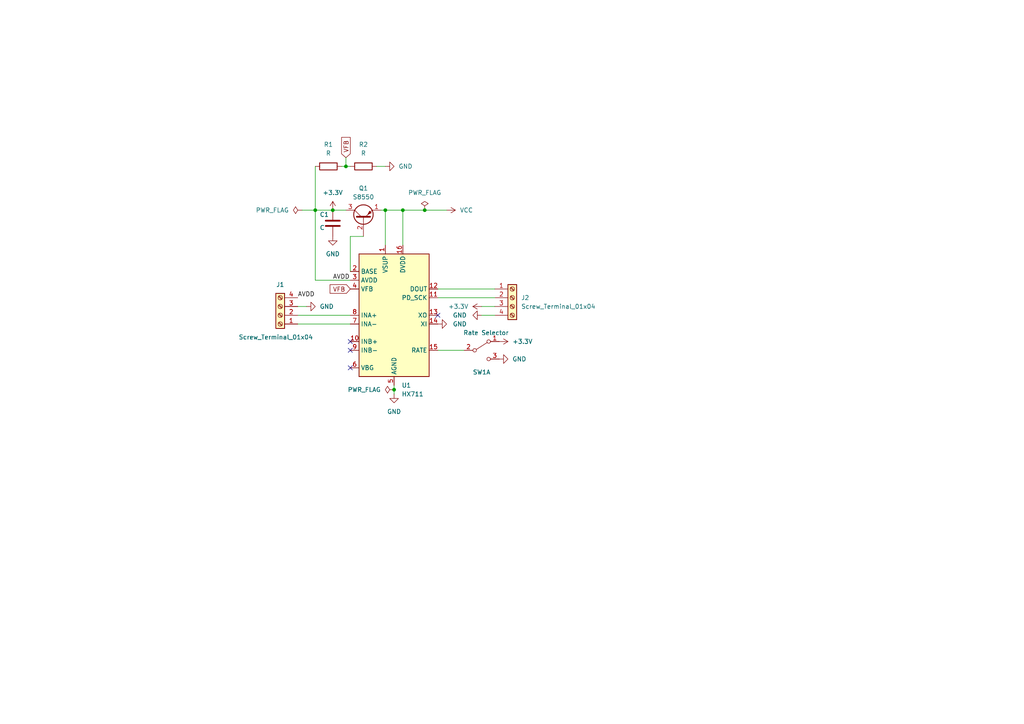
<source format=kicad_sch>
(kicad_sch (version 20230121) (generator eeschema)
  (paper "A4")
  (lib_symbols
    (symbol "Analog_ADC:HX711"
      (property "Reference" "U" (at 5.08 21.59 0))
      (property "Value" "HX711" (at 7.62 19.05 0))
      (symbol "HX711_0_1"
        (rectangle (start -10.16 17.78) (end 10.16 -17.78) (stroke (width 0.254)) (fill (type background)))
      )
      (symbol "HX711_1_1"
        (pin power_in line (at -2.54 20.32 270) (length 2.54) (name "VSUP") (number "1"))
        (pin input line (at -12.7 -7.62 0) (length 2.54) (name "INB+") (number "10"))
        (pin input line (at 12.7 5.08 180) (length 2.54) (name "PD_SCK") (number "11"))
        (pin output line (at 12.7 7.62 180) (length 2.54) (name "DOUT") (number "12"))
        (pin passive line (at 12.7 0 180) (length 2.54) (name "XO") (number "13"))
        (pin passive line (at 12.7 -2.54 180) (length 2.54) (name "XI") (number "14"))
        (pin input line (at 12.7 -10.16 180) (length 2.54) (name "RATE") (number "15"))
        (pin power_in line (at 2.54 20.32 270) (length 2.54) (name "DVDD") (number "16"))
        (pin passive line (at -12.7 12.7 0) (length 2.54) (name "BASE") (number "2"))
        (pin power_in line (at -12.7 10.16 0) (length 2.54) (name "AVDD") (number "3"))
        (pin input line (at -12.7 7.62 0) (length 2.54) (name "VFB") (number "4"))
        (pin power_in line (at 0 -20.32 90) (length 2.54) (name "AGND") (number "5"))
        (pin passive line (at -12.7 -15.24 0) (length 2.54) (name "VBG") (number "6"))
        (pin input line (at -12.7 -2.54 0) (length 2.54) (name "INA-") (number "7"))
        (pin input line (at -12.7 0 0) (length 2.54) (name "INA+") (number "8"))
        (pin input line (at -12.7 -10.16 0) (length 2.54) (name "INB-") (number "9"))
      )
    )
    (symbol "Connector:Screw_Terminal_01x04" (pin_names (offset 1.016) hide)
      (property "Reference" "J" (at 0 5.08 0))
      (property "Value" "Screw_Terminal_01x04" (at 0 -7.62 0))
      (symbol "Screw_Terminal_01x04_1_1"
        (rectangle (start -1.27 3.81) (end 1.27 -6.35) (stroke (width 0.254)) (fill (type background)))
        (circle (center 0 -5.08) (radius 0.635) (stroke (width 0.1524)))
        (circle (center 0 -2.54) (radius 0.635) (stroke (width 0.1524)))
        (polyline (pts (xy -0.5334 -4.7498) (xy 0.3302 -5.588)) (stroke (width 0.1524)))
        (polyline (pts (xy -0.5334 -2.2098) (xy 0.3302 -3.048)) (stroke (width 0.1524)))
        (polyline (pts (xy -0.5334 0.3302) (xy 0.3302 -0.508)) (stroke (width 0.1524)))
        (polyline (pts (xy -0.5334 2.8702) (xy 0.3302 2.032)) (stroke (width 0.1524)))
        (polyline (pts (xy -0.3556 -4.572) (xy 0.508 -5.4102)) (stroke (width 0.1524)))
        (polyline (pts (xy -0.3556 -2.032) (xy 0.508 -2.8702)) (stroke (width 0.1524)))
        (polyline (pts (xy -0.3556 0.508) (xy 0.508 -0.3302)) (stroke (width 0.1524)))
        (polyline (pts (xy -0.3556 3.048) (xy 0.508 2.2098)) (stroke (width 0.1524)))
        (circle (center 0 0) (radius 0.635) (stroke (width 0.1524)))
        (circle (center 0 2.54) (radius 0.635) (stroke (width 0.1524)))
        (pin passive line (at -5.08 2.54 0) (length 3.81) (name "Pin_1") (number "1"))
        (pin passive line (at -5.08 0 0) (length 3.81) (name "Pin_2") (number "2"))
        (pin passive line (at -5.08 -2.54 0) (length 3.81) (name "Pin_3") (number "3"))
        (pin passive line (at -5.08 -5.08 0) (length 3.81) (name "Pin_4") (number "4"))
      )
    )
    (symbol "Device:C" (pin_numbers hide) (pin_names (offset 0.254))
      (property "Reference" "C" (at 0.635 2.54 0))
      (property "Value" "C" (at 0.635 -2.54 0))
      (symbol "C_0_1"
        (polyline (pts (xy -2.032 -0.762) (xy 2.032 -0.762)) (stroke (width 0.508)))
        (polyline (pts (xy -2.032 0.762) (xy 2.032 0.762)) (stroke (width 0.508)))
      )
      (symbol "C_1_1"
        (pin passive line (at 0 3.81 270) (length 2.794) (name "~") (number "1"))
        (pin passive line (at 0 -3.81 90) (length 2.794) (name "~") (number "2"))
      )
    )
    (symbol "Device:R" (pin_numbers hide) (pin_names (offset 0))
      (property "Reference" "R" (at 2.032 0 90))
      (property "Value" "R" (at 0 0 90))
      (symbol "R_0_1"
        (rectangle (start -1.016 -2.54) (end 1.016 2.54) (stroke (width 0.254)))
      )
      (symbol "R_1_1"
        (pin passive line (at 0 3.81 270) (length 1.27) (name "~") (number "1"))
        (pin passive line (at 0 -3.81 90) (length 1.27) (name "~") (number "2"))
      )
    )
    (symbol "Switch:SW_DPDT_x2" (pin_names (offset 0) hide)
      (property "Reference" "SW" (at 0 4.318 0))
      (property "Value" "SW_DPDT_x2" (at 0 -5.08 0))
      (symbol "SW_DPDT_x2_0_0"
        (circle (center -2.032 0) (radius 0.508))
        (circle (center 2.032 -2.54) (radius 0.508))
      )
      (symbol "SW_DPDT_x2_0_1"
        (polyline (pts (xy -1.524 0.254) (xy 1.651 2.286)))
        (circle (center 2.032 2.54) (radius 0.508))
      )
      (symbol "SW_DPDT_x2_1_1"
        (pin passive line (at 5.08 2.54 180) (length 2.54) (name "A") (number "1"))
        (pin passive line (at -5.08 0 0) (length 2.54) (name "B") (number "2"))
        (pin passive line (at 5.08 -2.54 180) (length 2.54) (name "C") (number "3"))
      )
      (symbol "SW_DPDT_x2_2_1"
        (pin passive line (at 5.08 2.54 180) (length 2.54) (name "A") (number "4"))
        (pin passive line (at -5.08 0 0) (length 2.54) (name "B") (number "5"))
        (pin passive line (at 5.08 -2.54 180) (length 2.54) (name "C") (number "6"))
      )
    )
    (symbol "Transistor_BJT:S8550" (pin_names (offset 0) hide)
      (property "Reference" "Q" (at 5.08 1.905 0))
      (property "Value" "S8550" (at 5.08 0 0))
      (symbol "S8550_0_1"
        (polyline (pts (xy 0 0) (xy 0.635 0)))
        (polyline (pts (xy 2.54 -2.54) (xy 0.635 -0.635)))
        (polyline (pts (xy 2.54 2.54) (xy 0.635 0.635)))
        (polyline (pts (xy 0.635 1.905) (xy 0.635 -1.905) (xy 0.635 -1.905)) (stroke (width 0.508)) (fill (type outline)))
        (polyline (pts (xy 1.778 -2.286) (xy 2.286 -1.778) (xy 1.27 -1.27) (xy 1.778 -2.286) (xy 1.778 -2.286)) (fill (type outline)))
        (circle (center 1.27 0) (radius 2.8194) (stroke (width 0.254)))
      )
      (symbol "S8550_1_1"
        (pin passive line (at 2.54 -5.08 90) (length 2.54) (name "E") (number "1"))
        (pin input line (at -5.08 0 0) (length 5.08) (name "B") (number "2"))
        (pin passive line (at 2.54 5.08 270) (length 2.54) (name "C") (number "3"))
      )
    )
    (symbol "power:+3.3V" (power) (pin_names (offset 0))
      (property "Value" "+3.3V" (at 0 3.556 0))
      (symbol "+3.3V_0_1"
        (polyline (pts (xy -0.762 1.27) (xy 0 2.54)))
        (polyline (pts (xy 0 0) (xy 0 2.54)))
        (polyline (pts (xy 0 2.54) (xy 0.762 1.27)))
      )
      (symbol "+3.3V_1_1"
        (pin power_in line (at 0 0 90) (length 0) hide (name "+3.3V") (number "1"))
      )
    )
    (symbol "power:GND" (power) (pin_names (offset 0))
      (property "Value" "GND" (at 0 -3.81 0))
      (symbol "GND_0_1"
        (polyline (pts (xy 0 0) (xy 0 -1.27) (xy 1.27 -1.27) (xy 0 -2.54) (xy -1.27 -1.27) (xy 0 -1.27)))
      )
      (symbol "GND_1_1"
        (pin power_in line (at 0 0 270) (length 0) hide (name "GND") (number "1"))
      )
    )
    (symbol "power:PWR_FLAG" (power) (pin_numbers hide) (pin_names (offset 0) hide)
      (property "Value" "PWR_FLAG" (at 0 3.81 0))
      (symbol "PWR_FLAG_0_0"
        (pin power_out line (at 0 0 90) (length 0) (name "pwr") (number "1"))
      )
      (symbol "PWR_FLAG_0_1"
        (polyline (pts (xy 0 0) (xy 0 1.27) (xy -1.016 1.905) (xy 0 2.54) (xy 1.016 1.905) (xy 0 1.27)))
      )
    )
    (symbol "power:VCC" (power) (pin_names (offset 0))
      (property "Value" "VCC" (at 0 3.81 0))
      (symbol "VCC_0_1"
        (polyline (pts (xy -0.762 1.27) (xy 0 2.54)))
        (polyline (pts (xy 0 0) (xy 0 2.54)))
        (polyline (pts (xy 0 2.54) (xy 0.762 1.27)))
      )
      (symbol "VCC_1_1"
        (pin power_in line (at 0 0 90) (length 0) hide (name "VCC") (number "1"))
      )
    )
  )
  (junction (at 91.44 60.96))
  (junction (at 123.19 60.96))
  (junction (at 116.84 60.96))
  (junction (at 114.3 113.03))
  (junction (at 111.76 60.96))
  (junction (at 100.33 48.26))
  (junction (at 96.52 60.96))
  (no_connect (at 127 91.44))
  (no_connect (at 101.6 101.6))
  (no_connect (at 101.6 99.06))
  (no_connect (at 101.6 106.68))
  (wire (pts (xy 101.6 91.44) (xy 86.36 91.44)))
  (wire (pts (xy 116.84 60.96) (xy 116.84 71.12)))
  (wire (pts (xy 105.41 68.58) (xy 101.6 68.58)))
  (wire (pts (xy 123.19 60.96) (xy 129.54 60.96)))
  (wire (pts (xy 139.7 88.9) (xy 143.51 88.9)))
  (wire (pts (xy 109.22 48.26) (xy 111.76 48.26)))
  (wire (pts (xy 127 86.36) (xy 143.51 86.36)))
  (wire (pts (xy 91.44 60.96) (xy 96.52 60.96)))
  (wire (pts (xy 96.52 60.96) (xy 100.33 60.96)))
  (wire (pts (xy 114.3 113.03) (xy 114.3 114.3)))
  (wire (pts (xy 114.3 111.76) (xy 114.3 113.03)))
  (wire (pts (xy 111.76 60.96) (xy 111.76 71.12)))
  (wire (pts (xy 99.06 48.26) (xy 100.33 48.26)))
  (wire (pts (xy 127 83.82) (xy 143.51 83.82)))
  (wire (pts (xy 100.33 48.26) (xy 101.6 48.26)))
  (wire (pts (xy 127 101.6) (xy 134.62 101.6)))
  (wire (pts (xy 100.33 45.72) (xy 100.33 48.26)))
  (wire (pts (xy 110.49 60.96) (xy 111.76 60.96)))
  (wire (pts (xy 86.36 88.9) (xy 88.9 88.9)))
  (wire (pts (xy 91.44 48.26) (xy 91.44 60.96)))
  (wire (pts (xy 139.7 91.44) (xy 143.51 91.44)))
  (wire (pts (xy 101.6 93.98) (xy 86.36 93.98)))
  (wire (pts (xy 87.63 60.96) (xy 91.44 60.96)))
  (wire (pts (xy 116.84 60.96) (xy 123.19 60.96)))
  (wire (pts (xy 91.44 81.28) (xy 91.44 60.96)))
  (wire (pts (xy 101.6 68.58) (xy 101.6 78.74)))
  (wire (pts (xy 111.76 60.96) (xy 116.84 60.96)))
  (wire (pts (xy 101.6 81.28) (xy 91.44 81.28)))
  (label "AVDD" (at 96.52 81.28 0))
  (label "AVDD" (at 86.36 86.36 0))
  (global_label "VFB" (shape input) (at 100.33 45.72 90) (property "Intersheetrefs" "${INTERSHEET_REFS}" (effects hide)))
  (global_label "VFB" (shape input) (at 101.6 83.82 180) (property "Intersheetrefs" "${INTERSHEET_REFS}" (effects hide)))
  (symbol (lib_id "power:PWR_FLAG") (at 123.19 60.96 0) (unit 1)
    (property "Reference" "#FLG01" (effects hide))
    (property "Value" "PWR_FLAG" (at 123.19 55.88 0))
  )
  (symbol (lib_id "Device:C") (at 96.52 64.77 0) (unit 1)
    (property "Reference" "C1" (at 92.71 62.23 0) (effects (justify left)))
    (property "Value" "C" (at 92.71 66.04 0) (effects (justify left)))
    (property "Footprint" "Capacitor_SMD:C_0402_1005Metric" (effects hide))
  )
  (symbol (lib_id "power:+3.3V") (at 139.7 88.9 90) (unit 1)
    (property "Reference" "#PWR05" (effects hide))
    (property "Value" "+3.3V" (at 135.89 88.9 90) (effects (justify left)))
  )
  (symbol (lib_id "power:PWR_FLAG") (at 87.63 60.96 90) (unit 1)
    (property "Reference" "#FLG02" (effects hide))
    (property "Value" "PWR_FLAG" (at 83.82 60.96 90) (effects (justify left)))
  )
  (symbol (lib_id "Connector:Screw_Terminal_01x04") (at 148.59 86.36 0) (unit 1)
    (property "Reference" "J2" (at 151.13 86.36 0) (effects (justify left)))
    (property "Value" "Screw_Terminal_01x04" (at 151.13 88.9 0) (effects (justify left)))
    (property "Footprint" "TerminalBlock_Altech:Altech_AK300_1x04_P5.00mm_45-Degree" (effects hide))
  )
  (symbol (lib_id "power:+3.3V") (at 96.52 60.96 0) (unit 1)
    (property "Reference" "#PWR011" (effects hide))
    (property "Value" "+3.3V" (at 96.52 55.88 0))
  )
  (symbol (lib_id "Device:R") (at 95.25 48.26 90) (unit 1)
    (property "Reference" "R1" (at 95.25 41.91 90))
    (property "Value" "R" (at 95.25 44.45 90))
    (property "Footprint" "Resistor_SMD:R_0402_1005Metric" (effects hide))
  )
  (symbol (lib_id "Analog_ADC:HX711") (at 114.3 91.44 0) (unit 1)
    (property "Reference" "U1" (at 116.4941 111.76 0) (effects (justify left)))
    (property "Value" "HX711" (at 116.4941 114.3 0) (effects (justify left)))
    (property "Footprint" "Package_SO:SOP-16_3.9x9.9mm_P1.27mm" (effects hide))
    (property "Datasheet" "https://cdn.sparkfun.com/datasheets/Sensors/ForceFlex/hx711_english.pdf" (effects hide))
  )
  (symbol (lib_id "power:GND") (at 88.9 88.9 90) (unit 1)
    (property "Reference" "#PWR04" (effects hide))
    (property "Value" "GND" (at 92.71 88.9 90) (effects (justify right)))
  )
  (symbol (lib_id "Switch:SW_DPDT_x2") (at 139.7 101.6 0) (unit 1)
    (property "Reference" "SW1" (at 139.7 107.95 0))
    (property "Value" "Rate Selector" (at 140.97 96.52 0))
    (property "Footprint" "Button_Switch_SMD:SW_SPDT_PCM12" (effects hide))
  )
  (symbol (lib_id "power:GND") (at 114.3 114.3 0) (unit 1)
    (property "Reference" "#PWR09" (effects hide))
    (property "Value" "GND" (at 114.3 119.38 0))
  )
  (symbol (lib_id "power:GND") (at 139.7 91.44 270) (mirror x) (unit 1)
    (property "Reference" "#PWR06" (effects hide))
    (property "Value" "GND" (at 133.35 91.44 90))
  )
  (symbol (lib_id "power:VCC") (at 129.54 60.96 270) (unit 1)
    (property "Reference" "#PWR02" (effects hide))
    (property "Value" "VCC" (at 133.35 60.96 90) (effects (justify left)))
  )
  (symbol (lib_id "Device:R") (at 105.41 48.26 90) (unit 1)
    (property "Reference" "R2" (at 105.41 41.91 90))
    (property "Value" "R" (at 105.41 44.45 90))
    (property "Footprint" "Resistor_SMD:R_0402_1005Metric" (effects hide))
  )
  (symbol (lib_id "power:GND") (at 96.52 68.58 0) (unit 1)
    (property "Reference" "#PWR03" (effects hide))
    (property "Value" "GND" (at 96.52 73.66 0))
  )
  (symbol (lib_id "power:GND") (at 111.76 48.26 90) (unit 1)
    (property "Reference" "#PWR01" (effects hide))
    (property "Value" "GND" (at 115.57 48.26 90) (effects (justify right)))
  )
  (symbol (lib_id "power:GND") (at 127 93.98 90) (mirror x) (unit 1)
    (property "Reference" "#PWR07" (effects hide))
    (property "Value" "GND" (at 133.35 93.98 90))
  )
  (symbol (lib_id "Transistor_BJT:S8550") (at 105.41 63.5 90) (unit 1)
    (property "Reference" "Q1" (at 105.41 54.61 90))
    (property "Value" "S8550" (at 105.41 57.15 90))
    (property "Footprint" "Package_TO_SOT_SMD:TSOT-23" (effects hide))
    (property "Datasheet" "http://www.unisonic.com.tw/datasheet/S8550.pdf" (effects hide))
  )
  (symbol (lib_id "power:+3.3V") (at 144.78 99.06 270) (unit 1)
    (property "Reference" "#PWR010" (effects hide))
    (property "Value" "+3.3V" (at 148.59 99.06 90) (effects (justify left)))
  )
  (symbol (lib_id "power:GND") (at 144.78 104.14 90) (unit 1)
    (property "Reference" "#PWR08" (effects hide))
    (property "Value" "GND" (at 148.59 104.14 90) (effects (justify right)))
  )
  (symbol (lib_id "power:PWR_FLAG") (at 114.3 113.03 90) (unit 1)
    (property "Reference" "#FLG03" (effects hide))
    (property "Value" "PWR_FLAG" (at 110.49 113.03 90) (effects (justify left)))
  )
  (symbol (lib_id "Connector:Screw_Terminal_01x04") (at 81.28 91.44 180) (unit 1)
    (property "Reference" "J1" (at 81.28 82.55 0))
    (property "Value" "Screw_Terminal_01x04" (at 80.01 97.79 0))
    (property "Footprint" "TerminalBlock_Altech:Altech_AK300_1x04_P5.00mm_45-Degree" (effects hide))
  )
)
</source>
